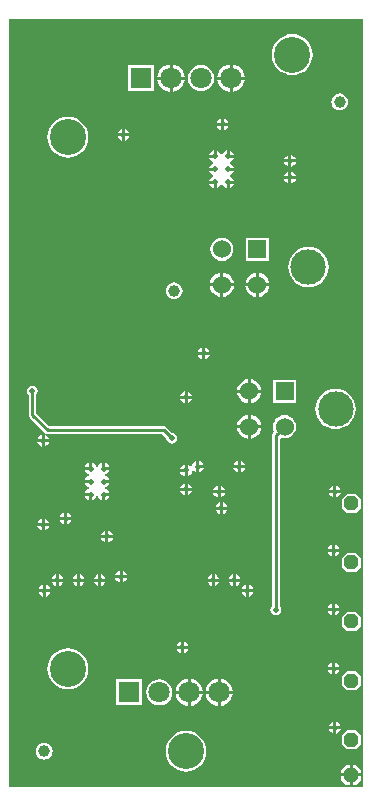
<source format=gbl>
G04*
G04 #@! TF.GenerationSoftware,Altium Limited,Altium Designer,20.0.11 (256)*
G04*
G04 Layer_Physical_Order=2*
G04 Layer_Color=16711680*
%FSLAX44Y44*%
%MOMM*%
G71*
G01*
G75*
%ADD11C,0.2500*%
%ADD28C,1.0000*%
%ADD50C,0.5000*%
%ADD53C,3.0480*%
%ADD54P,1.2989X8X292.5*%
%ADD55R,1.8000X1.8000*%
%ADD56C,1.8000*%
%ADD57C,3.0000*%
%ADD58R,1.5300X1.5300*%
%ADD59C,1.5300*%
%ADD60P,1.2989X8X202.5*%
G36*
X300000Y0D02*
X0D01*
Y650000D01*
X300000D01*
Y0D01*
D02*
G37*
%LPC*%
G36*
X240000Y637323D02*
X236620Y636991D01*
X233371Y636005D01*
X230376Y634404D01*
X227750Y632249D01*
X225596Y629624D01*
X223995Y626629D01*
X223009Y623380D01*
X222677Y620000D01*
X223009Y616620D01*
X223995Y613371D01*
X225596Y610376D01*
X227750Y607751D01*
X230376Y605596D01*
X233371Y603995D01*
X236620Y603009D01*
X240000Y602677D01*
X243380Y603009D01*
X246629Y603995D01*
X249624Y605596D01*
X252250Y607751D01*
X254404Y610376D01*
X256005Y613371D01*
X256991Y616620D01*
X257323Y620000D01*
X256991Y623380D01*
X256005Y626629D01*
X254404Y629624D01*
X252250Y632249D01*
X249624Y634404D01*
X246629Y636005D01*
X243380Y636991D01*
X240000Y637323D01*
D02*
G37*
G36*
X189370Y611472D02*
Y601270D01*
X199572D01*
X199343Y603013D01*
X198180Y605820D01*
X196330Y608230D01*
X193920Y610080D01*
X191112Y611243D01*
X189370Y611472D01*
D02*
G37*
G36*
X138570D02*
Y601270D01*
X148772D01*
X148543Y603013D01*
X147380Y605820D01*
X145530Y608230D01*
X143120Y610080D01*
X140312Y611243D01*
X138570Y611472D01*
D02*
G37*
G36*
X186830D02*
X185088Y611243D01*
X182280Y610080D01*
X179870Y608230D01*
X178020Y605820D01*
X176857Y603013D01*
X176628Y601270D01*
X186830D01*
Y611472D01*
D02*
G37*
G36*
X136030D02*
X134288Y611243D01*
X131480Y610080D01*
X129070Y608230D01*
X127220Y605820D01*
X126057Y603013D01*
X125828Y601270D01*
X136030D01*
Y611472D01*
D02*
G37*
G36*
X122900Y611000D02*
X100900D01*
Y589000D01*
X122900D01*
Y611000D01*
D02*
G37*
G36*
X162700Y611095D02*
X159828Y610717D01*
X157153Y609608D01*
X154855Y607845D01*
X153091Y605547D01*
X151983Y602872D01*
X151605Y600000D01*
X151983Y597128D01*
X153091Y594453D01*
X154855Y592155D01*
X157153Y590392D01*
X159828Y589283D01*
X162700Y588905D01*
X165572Y589283D01*
X168248Y590392D01*
X170545Y592155D01*
X172309Y594453D01*
X173417Y597128D01*
X173795Y600000D01*
X173417Y602872D01*
X172309Y605547D01*
X170545Y607845D01*
X168248Y609608D01*
X165572Y610717D01*
X162700Y611095D01*
D02*
G37*
G36*
X199572Y598730D02*
X189370D01*
Y588528D01*
X191112Y588757D01*
X193920Y589920D01*
X196330Y591770D01*
X198180Y594180D01*
X199343Y596987D01*
X199572Y598730D01*
D02*
G37*
G36*
X148772D02*
X138570D01*
Y588528D01*
X140312Y588757D01*
X143120Y589920D01*
X145530Y591770D01*
X147380Y594180D01*
X148543Y596987D01*
X148772Y598730D01*
D02*
G37*
G36*
X136030D02*
X125828D01*
X126057Y596987D01*
X127220Y594180D01*
X129070Y591770D01*
X131480Y589920D01*
X134288Y588757D01*
X136030Y588528D01*
Y598730D01*
D02*
G37*
G36*
X186830D02*
X176628D01*
X176857Y596987D01*
X178020Y594180D01*
X179870Y591770D01*
X182280Y589920D01*
X185088Y588757D01*
X186830Y588528D01*
Y598730D01*
D02*
G37*
G36*
X280000Y587060D02*
X278173Y586820D01*
X276470Y586115D01*
X275008Y584992D01*
X273885Y583530D01*
X273180Y581827D01*
X272940Y580000D01*
X273180Y578173D01*
X273885Y576470D01*
X275008Y575008D01*
X276470Y573885D01*
X278173Y573180D01*
X280000Y572940D01*
X281827Y573180D01*
X283530Y573885D01*
X284992Y575008D01*
X286115Y576470D01*
X286820Y578173D01*
X287060Y580000D01*
X286820Y581827D01*
X286115Y583530D01*
X284992Y584992D01*
X283530Y586115D01*
X281827Y586820D01*
X280000Y587060D01*
D02*
G37*
G36*
X182270Y565886D02*
Y562270D01*
X185886D01*
X185748Y562966D01*
X184634Y564634D01*
X182966Y565748D01*
X182270Y565886D01*
D02*
G37*
G36*
X179730D02*
X179034Y565748D01*
X177366Y564634D01*
X176252Y562966D01*
X176114Y562270D01*
X179730D01*
Y565886D01*
D02*
G37*
G36*
X185886Y559730D02*
X182270D01*
Y556114D01*
X182966Y556252D01*
X184634Y557366D01*
X185748Y559034D01*
X185886Y559730D01*
D02*
G37*
G36*
X179730D02*
X176114D01*
X176252Y559034D01*
X177366Y557366D01*
X179034Y556252D01*
X179730Y556114D01*
Y559730D01*
D02*
G37*
G36*
X98270Y556886D02*
Y553270D01*
X101886D01*
X101748Y553966D01*
X100634Y555634D01*
X98967Y556748D01*
X98270Y556886D01*
D02*
G37*
G36*
X95730D02*
X95034Y556748D01*
X93366Y555634D01*
X92252Y553966D01*
X92114Y553270D01*
X95730D01*
Y556886D01*
D02*
G37*
G36*
X101886Y550730D02*
X98270D01*
Y547114D01*
X98967Y547252D01*
X100634Y548366D01*
X101748Y550033D01*
X101886Y550730D01*
D02*
G37*
G36*
X95730D02*
X92114D01*
X92252Y550033D01*
X93366Y548366D01*
X95034Y547252D01*
X95730Y547114D01*
Y550730D01*
D02*
G37*
G36*
X184273Y538886D02*
X183576Y538748D01*
X181909Y537634D01*
X180795Y535966D01*
X180690Y535439D01*
X179395D01*
X179290Y535966D01*
X178176Y537634D01*
X176509Y538748D01*
X175813Y538886D01*
Y534000D01*
X174543D01*
Y532730D01*
X169657D01*
X169795Y532034D01*
X170909Y530366D01*
X172576Y529252D01*
X173104Y529147D01*
Y527853D01*
X172576Y527748D01*
X170909Y526634D01*
X169795Y524967D01*
X169657Y524270D01*
X174543D01*
Y521730D01*
X169657D01*
X169795Y521034D01*
X170909Y519366D01*
X172576Y518252D01*
X173104Y518147D01*
Y516853D01*
X172576Y516748D01*
X170909Y515634D01*
X169795Y513966D01*
X169657Y513270D01*
X174543D01*
Y512000D01*
X175813D01*
Y507114D01*
X176509Y507252D01*
X178176Y508366D01*
X179290Y510033D01*
X179395Y510561D01*
X180690D01*
X180795Y510033D01*
X181909Y508366D01*
X183576Y507252D01*
X184273Y507114D01*
Y512000D01*
X185543D01*
Y513270D01*
X190429D01*
X190290Y513966D01*
X189176Y515634D01*
X187509Y516748D01*
X186981Y516853D01*
Y518147D01*
X187509Y518252D01*
X189176Y519366D01*
X190290Y521034D01*
X190429Y521730D01*
X185543D01*
Y524270D01*
X190429D01*
X190290Y524967D01*
X189176Y526634D01*
X187509Y527748D01*
X186981Y527853D01*
Y529147D01*
X187509Y529252D01*
X189176Y530366D01*
X190290Y532034D01*
X190429Y532730D01*
X185543D01*
Y534000D01*
X184273D01*
Y538886D01*
D02*
G37*
G36*
X186813D02*
Y535270D01*
X190429D01*
X190290Y535966D01*
X189176Y537634D01*
X187509Y538748D01*
X186813Y538886D01*
D02*
G37*
G36*
X173273D02*
X172576Y538748D01*
X170909Y537634D01*
X169795Y535966D01*
X169657Y535270D01*
X173273D01*
Y538886D01*
D02*
G37*
G36*
X50000Y567323D02*
X46620Y566991D01*
X43371Y566005D01*
X40376Y564404D01*
X37750Y562249D01*
X35596Y559624D01*
X33995Y556629D01*
X33010Y553380D01*
X32677Y550000D01*
X33010Y546620D01*
X33995Y543371D01*
X35596Y540376D01*
X37750Y537751D01*
X40376Y535596D01*
X43371Y533995D01*
X46620Y533009D01*
X50000Y532677D01*
X53380Y533009D01*
X56629Y533995D01*
X59624Y535596D01*
X62249Y537751D01*
X64404Y540376D01*
X66005Y543371D01*
X66990Y546620D01*
X67323Y550000D01*
X66990Y553380D01*
X66005Y556629D01*
X64404Y559624D01*
X62249Y562249D01*
X59624Y564404D01*
X56629Y566005D01*
X53380Y566991D01*
X50000Y567323D01*
D02*
G37*
G36*
X239270Y534886D02*
Y531270D01*
X242886D01*
X242748Y531967D01*
X241634Y533634D01*
X239967Y534748D01*
X239270Y534886D01*
D02*
G37*
G36*
X236730D02*
X236033Y534748D01*
X234366Y533634D01*
X233252Y531967D01*
X233114Y531270D01*
X236730D01*
Y534886D01*
D02*
G37*
G36*
X242886Y528730D02*
X239270D01*
Y525114D01*
X239967Y525252D01*
X241634Y526366D01*
X242748Y528033D01*
X242886Y528730D01*
D02*
G37*
G36*
X236730D02*
X233114D01*
X233252Y528033D01*
X234366Y526366D01*
X236033Y525252D01*
X236730Y525114D01*
Y528730D01*
D02*
G37*
G36*
X239270Y520886D02*
Y517270D01*
X242886D01*
X242748Y517966D01*
X241634Y519634D01*
X239967Y520747D01*
X239270Y520886D01*
D02*
G37*
G36*
X236730D02*
X236033Y520747D01*
X234366Y519634D01*
X233252Y517966D01*
X233114Y517270D01*
X236730D01*
Y520886D01*
D02*
G37*
G36*
X242886Y514730D02*
X239270D01*
Y511114D01*
X239967Y511252D01*
X241634Y512366D01*
X242748Y514034D01*
X242886Y514730D01*
D02*
G37*
G36*
X236730D02*
X233114D01*
X233252Y514034D01*
X234366Y512366D01*
X236033Y511252D01*
X236730Y511114D01*
Y514730D01*
D02*
G37*
G36*
X190429Y510730D02*
X186813D01*
Y507114D01*
X187509Y507252D01*
X189176Y508366D01*
X190290Y510033D01*
X190429Y510730D01*
D02*
G37*
G36*
X173273D02*
X169657D01*
X169795Y510033D01*
X170909Y508366D01*
X172576Y507252D01*
X173273Y507114D01*
Y510730D01*
D02*
G37*
G36*
X220050Y464650D02*
X200750D01*
Y445350D01*
X220050D01*
Y464650D01*
D02*
G37*
G36*
X180400Y464733D02*
X177881Y464402D01*
X175533Y463429D01*
X173517Y461883D01*
X171971Y459867D01*
X170998Y457519D01*
X170667Y455000D01*
X170998Y452481D01*
X171971Y450133D01*
X173517Y448118D01*
X175533Y446571D01*
X177881Y445598D01*
X180400Y445267D01*
X182919Y445598D01*
X185267Y446571D01*
X187283Y448118D01*
X188829Y450133D01*
X189802Y452481D01*
X190133Y455000D01*
X189802Y457519D01*
X188829Y459867D01*
X187283Y461883D01*
X185267Y463429D01*
X182919Y464402D01*
X180400Y464733D01*
D02*
G37*
G36*
X211670Y435111D02*
Y426270D01*
X220511D01*
X220328Y427660D01*
X219301Y430139D01*
X217668Y432268D01*
X215539Y433901D01*
X213060Y434928D01*
X211670Y435111D01*
D02*
G37*
G36*
X209130Y435111D02*
X207740Y434928D01*
X205261Y433901D01*
X203132Y432268D01*
X201499Y430139D01*
X200472Y427660D01*
X200289Y426270D01*
X209130D01*
Y435111D01*
D02*
G37*
G36*
X181670D02*
Y426270D01*
X190511D01*
X190328Y427660D01*
X189301Y430139D01*
X187668Y432268D01*
X185539Y433901D01*
X183060Y434928D01*
X181670Y435111D01*
D02*
G37*
G36*
X179130D02*
X177740Y434928D01*
X175261Y433901D01*
X173132Y432268D01*
X171499Y430139D01*
X170472Y427660D01*
X170289Y426270D01*
X179130D01*
Y435111D01*
D02*
G37*
G36*
X253600Y457082D02*
X250267Y456754D01*
X247063Y455782D01*
X244110Y454203D01*
X241521Y452079D01*
X239397Y449490D01*
X237818Y446537D01*
X236846Y443333D01*
X236518Y440000D01*
X236846Y436668D01*
X237818Y433463D01*
X239397Y430510D01*
X241521Y427921D01*
X244110Y425797D01*
X247063Y424218D01*
X250267Y423246D01*
X253600Y422918D01*
X256933Y423246D01*
X260137Y424218D01*
X263090Y425797D01*
X265679Y427921D01*
X267803Y430510D01*
X269382Y433463D01*
X270354Y436668D01*
X270682Y440000D01*
X270354Y443333D01*
X269382Y446537D01*
X267803Y449490D01*
X265679Y452079D01*
X263090Y454203D01*
X260137Y455782D01*
X256933Y456754D01*
X253600Y457082D01*
D02*
G37*
G36*
X209130Y423730D02*
X200289D01*
X200472Y422340D01*
X201499Y419861D01*
X203132Y417732D01*
X205261Y416099D01*
X207740Y415072D01*
X209130Y414889D01*
Y423730D01*
D02*
G37*
G36*
X179130Y423730D02*
X170289D01*
X170472Y422340D01*
X171499Y419861D01*
X173132Y417732D01*
X175261Y416099D01*
X177740Y415072D01*
X179130Y414889D01*
Y423730D01*
D02*
G37*
G36*
X190511D02*
X181670D01*
Y414889D01*
X183060Y415072D01*
X185539Y416099D01*
X187668Y417732D01*
X189301Y419861D01*
X190328Y422340D01*
X190511Y423730D01*
D02*
G37*
G36*
X220511Y423730D02*
X211670D01*
Y414889D01*
X213060Y415072D01*
X215539Y416099D01*
X217668Y417732D01*
X219301Y419861D01*
X220328Y422340D01*
X220511Y423730D01*
D02*
G37*
G36*
X140000Y427060D02*
X138173Y426820D01*
X136470Y426115D01*
X135007Y424992D01*
X133885Y423530D01*
X133180Y421827D01*
X132940Y420000D01*
X133180Y418173D01*
X133885Y416470D01*
X135007Y415008D01*
X136470Y413885D01*
X138173Y413180D01*
X140000Y412940D01*
X141827Y413180D01*
X143530Y413885D01*
X144992Y415008D01*
X146114Y416470D01*
X146820Y418173D01*
X147060Y420000D01*
X146820Y421827D01*
X146114Y423530D01*
X144992Y424992D01*
X143530Y426115D01*
X141827Y426820D01*
X140000Y427060D01*
D02*
G37*
G36*
X166270Y371886D02*
Y368270D01*
X169886D01*
X169748Y368966D01*
X168634Y370634D01*
X166966Y371748D01*
X166270Y371886D01*
D02*
G37*
G36*
X163730D02*
X163034Y371748D01*
X161366Y370634D01*
X160252Y368966D01*
X160114Y368270D01*
X163730D01*
Y371886D01*
D02*
G37*
G36*
X169886Y365730D02*
X166270D01*
Y362114D01*
X166966Y362252D01*
X168634Y363366D01*
X169748Y365033D01*
X169886Y365730D01*
D02*
G37*
G36*
X163730D02*
X160114D01*
X160252Y365033D01*
X161366Y363366D01*
X163034Y362252D01*
X163730Y362114D01*
Y365730D01*
D02*
G37*
G36*
X204670Y345111D02*
Y336270D01*
X213511D01*
X213328Y337660D01*
X212301Y340139D01*
X210668Y342268D01*
X208539Y343901D01*
X206060Y344928D01*
X204670Y345111D01*
D02*
G37*
G36*
X202130D02*
X200740Y344928D01*
X198261Y343901D01*
X196132Y342268D01*
X194499Y340139D01*
X193472Y337660D01*
X193289Y336270D01*
X202130D01*
Y345111D01*
D02*
G37*
G36*
X151270Y334886D02*
Y331270D01*
X154886D01*
X154748Y331967D01*
X153634Y333634D01*
X151966Y334748D01*
X151270Y334886D01*
D02*
G37*
G36*
X148730D02*
X148034Y334748D01*
X146366Y333634D01*
X145252Y331967D01*
X145114Y331270D01*
X148730D01*
Y334886D01*
D02*
G37*
G36*
X243050Y344650D02*
X223750D01*
Y325350D01*
X243050D01*
Y344650D01*
D02*
G37*
G36*
X154886Y328730D02*
X151270D01*
Y325114D01*
X151966Y325252D01*
X153634Y326366D01*
X154748Y328033D01*
X154886Y328730D01*
D02*
G37*
G36*
X148730D02*
X145114D01*
X145252Y328033D01*
X146366Y326366D01*
X148034Y325252D01*
X148730Y325114D01*
Y328730D01*
D02*
G37*
G36*
X202130Y333730D02*
X193289D01*
X193472Y332340D01*
X194499Y329861D01*
X196132Y327732D01*
X198261Y326099D01*
X200740Y325072D01*
X202130Y324889D01*
Y333730D01*
D02*
G37*
G36*
X213511D02*
X204670D01*
Y324889D01*
X206060Y325072D01*
X208539Y326099D01*
X210668Y327732D01*
X212301Y329861D01*
X213328Y332340D01*
X213511Y333730D01*
D02*
G37*
G36*
X204670Y315111D02*
Y306270D01*
X213511D01*
X213328Y307660D01*
X212301Y310139D01*
X210668Y312268D01*
X208539Y313901D01*
X206060Y314928D01*
X204670Y315111D01*
D02*
G37*
G36*
X202130D02*
X200740Y314928D01*
X198261Y313901D01*
X196132Y312268D01*
X194499Y310139D01*
X193472Y307660D01*
X193289Y306270D01*
X202130D01*
Y315111D01*
D02*
G37*
G36*
X276600Y337082D02*
X273267Y336754D01*
X270063Y335782D01*
X267110Y334203D01*
X264521Y332079D01*
X262397Y329490D01*
X260818Y326537D01*
X259846Y323333D01*
X259518Y320000D01*
X259846Y316667D01*
X260818Y313463D01*
X262397Y310510D01*
X264521Y307921D01*
X267110Y305797D01*
X270063Y304218D01*
X273267Y303246D01*
X276600Y302918D01*
X279933Y303246D01*
X283137Y304218D01*
X286090Y305797D01*
X288679Y307921D01*
X290803Y310510D01*
X292382Y313463D01*
X293354Y316667D01*
X293682Y320000D01*
X293354Y323333D01*
X292382Y326537D01*
X290803Y329490D01*
X288679Y332079D01*
X286090Y334203D01*
X283137Y335782D01*
X279933Y336754D01*
X276600Y337082D01*
D02*
G37*
G36*
X233400Y314733D02*
X230881Y314402D01*
X228533Y313429D01*
X226518Y311882D01*
X224971Y309867D01*
X223998Y307519D01*
X223667Y305000D01*
X223998Y302481D01*
X224642Y300928D01*
X223657Y299943D01*
X222939Y298868D01*
X222686Y297600D01*
Y153140D01*
X221761Y151756D01*
X221412Y150000D01*
X221761Y148244D01*
X222756Y146756D01*
X224244Y145761D01*
X226000Y145412D01*
X227756Y145761D01*
X229244Y146756D01*
X230239Y148244D01*
X230588Y150000D01*
X230239Y151756D01*
X229314Y153141D01*
Y294873D01*
X230584Y295721D01*
X230881Y295598D01*
X233400Y295267D01*
X235919Y295598D01*
X238267Y296571D01*
X240282Y298118D01*
X241829Y300133D01*
X242802Y302481D01*
X243133Y305000D01*
X242802Y307519D01*
X241829Y309867D01*
X240282Y311882D01*
X238267Y313429D01*
X235919Y314402D01*
X233400Y314733D01*
D02*
G37*
G36*
X213511Y303730D02*
X204670D01*
Y294889D01*
X206060Y295072D01*
X208539Y296099D01*
X210668Y297732D01*
X212301Y299861D01*
X213328Y302340D01*
X213511Y303730D01*
D02*
G37*
G36*
X202130D02*
X193289D01*
X193472Y302340D01*
X194499Y299861D01*
X196132Y297732D01*
X198261Y296099D01*
X200740Y295072D01*
X202130Y294889D01*
Y303730D01*
D02*
G37*
G36*
X30270Y297886D02*
Y294270D01*
X33886D01*
X33748Y294967D01*
X32634Y296634D01*
X30966Y297748D01*
X30270Y297886D01*
D02*
G37*
G36*
X27730D02*
X27034Y297748D01*
X25366Y296634D01*
X24252Y294967D01*
X24114Y294270D01*
X27730D01*
Y297886D01*
D02*
G37*
G36*
X20000Y339588D02*
X18244Y339239D01*
X16756Y338244D01*
X15761Y336756D01*
X15412Y335000D01*
X15761Y333244D01*
X16686Y331860D01*
Y315000D01*
X16939Y313732D01*
X17657Y312657D01*
X30657Y299657D01*
X31732Y298939D01*
X33000Y298686D01*
X129628D01*
X133436Y294878D01*
X133761Y293244D01*
X134756Y291756D01*
X136244Y290761D01*
X138000Y290412D01*
X139756Y290761D01*
X141244Y291756D01*
X142239Y293244D01*
X142588Y295000D01*
X142239Y296756D01*
X141244Y298244D01*
X139756Y299239D01*
X138122Y299564D01*
X133343Y304343D01*
X132268Y305061D01*
X131000Y305314D01*
X34372D01*
X23314Y316373D01*
Y331860D01*
X24239Y333244D01*
X24588Y335000D01*
X24239Y336756D01*
X23244Y338244D01*
X21756Y339239D01*
X20000Y339588D01*
D02*
G37*
G36*
X33886Y291730D02*
X30270D01*
Y288114D01*
X30966Y288252D01*
X32634Y289366D01*
X33748Y291033D01*
X33886Y291730D01*
D02*
G37*
G36*
X27730D02*
X24114D01*
X24252Y291033D01*
X25366Y289366D01*
X27034Y288252D01*
X27730Y288114D01*
Y291730D01*
D02*
G37*
G36*
X196270Y275886D02*
Y272270D01*
X199886D01*
X199748Y272966D01*
X198634Y274634D01*
X196966Y275748D01*
X196270Y275886D01*
D02*
G37*
G36*
X193730D02*
X193034Y275748D01*
X191366Y274634D01*
X190252Y272966D01*
X190114Y272270D01*
X193730D01*
Y275886D01*
D02*
G37*
G36*
X161270D02*
Y272270D01*
X164886D01*
X164748Y272966D01*
X163634Y274634D01*
X161966Y275748D01*
X161270Y275886D01*
D02*
G37*
G36*
X158730D02*
X158034Y275748D01*
X156366Y274634D01*
X155252Y272966D01*
X155027Y271834D01*
X153679Y271566D01*
X153634Y271634D01*
X151966Y272748D01*
X151270Y272886D01*
Y268000D01*
Y263114D01*
X151966Y263252D01*
X153634Y264366D01*
X154748Y266033D01*
X154973Y267166D01*
X156321Y267434D01*
X156366Y267366D01*
X158034Y266252D01*
X158730Y266114D01*
Y271000D01*
Y275886D01*
D02*
G37*
G36*
X78980Y274236D02*
X78284Y274098D01*
X76616Y272984D01*
X75502Y271317D01*
X75397Y270789D01*
X74103D01*
X73998Y271317D01*
X72884Y272984D01*
X71217Y274098D01*
X70520Y274236D01*
Y269350D01*
X69250D01*
Y268080D01*
X64364D01*
X64502Y267383D01*
X65616Y265716D01*
X67284Y264602D01*
X67811Y264497D01*
Y263203D01*
X67284Y263098D01*
X65616Y261984D01*
X64502Y260317D01*
X64364Y259620D01*
X69250D01*
Y257080D01*
X64364D01*
X64502Y256383D01*
X65616Y254716D01*
X67284Y253602D01*
X67811Y253497D01*
Y252203D01*
X67284Y252098D01*
X65616Y250984D01*
X64502Y249317D01*
X64364Y248620D01*
X69250D01*
Y247350D01*
X70520D01*
Y242464D01*
X71217Y242602D01*
X72884Y243716D01*
X73998Y245383D01*
X74103Y245911D01*
X75397D01*
X75502Y245383D01*
X76616Y243716D01*
X78284Y242602D01*
X78980Y242464D01*
Y247350D01*
X80250D01*
Y248620D01*
X85136D01*
X84998Y249317D01*
X83884Y250984D01*
X82217Y252098D01*
X81689Y252203D01*
Y253497D01*
X82217Y253602D01*
X83884Y254716D01*
X84998Y256383D01*
X85136Y257080D01*
X80250D01*
Y259620D01*
X85136D01*
X84998Y260317D01*
X83884Y261984D01*
X82217Y263098D01*
X81689Y263203D01*
Y264497D01*
X82217Y264602D01*
X83884Y265716D01*
X84998Y267383D01*
X85136Y268080D01*
X80250D01*
Y269350D01*
X78980D01*
Y274236D01*
D02*
G37*
G36*
X81520D02*
Y270620D01*
X85136D01*
X84998Y271317D01*
X83884Y272984D01*
X82217Y274098D01*
X81520Y274236D01*
D02*
G37*
G36*
X67980D02*
X67284Y274098D01*
X65616Y272984D01*
X64502Y271317D01*
X64364Y270620D01*
X67980D01*
Y274236D01*
D02*
G37*
G36*
X148730Y272886D02*
X148034Y272748D01*
X146366Y271634D01*
X145252Y269967D01*
X145114Y269270D01*
X148730D01*
Y272886D01*
D02*
G37*
G36*
X164886Y269730D02*
X161270D01*
Y266114D01*
X161966Y266252D01*
X163634Y267366D01*
X164748Y269034D01*
X164886Y269730D01*
D02*
G37*
G36*
X199886D02*
X196270D01*
Y266114D01*
X196966Y266252D01*
X198634Y267366D01*
X199748Y269034D01*
X199886Y269730D01*
D02*
G37*
G36*
X193730D02*
X190114D01*
X190252Y269034D01*
X191366Y267366D01*
X193034Y266252D01*
X193730Y266114D01*
Y269730D01*
D02*
G37*
G36*
X148730Y266730D02*
X145114D01*
X145252Y266033D01*
X146366Y264366D01*
X148034Y263252D01*
X148730Y263114D01*
Y266730D01*
D02*
G37*
G36*
X151270Y256886D02*
Y253270D01*
X154886D01*
X154748Y253967D01*
X153634Y255634D01*
X151966Y256748D01*
X151270Y256886D01*
D02*
G37*
G36*
X148730D02*
X148034Y256748D01*
X146366Y255634D01*
X145252Y253967D01*
X145114Y253270D01*
X148730D01*
Y256886D01*
D02*
G37*
G36*
X277270Y254886D02*
Y251270D01*
X280886D01*
X280748Y251966D01*
X279634Y253634D01*
X277966Y254748D01*
X277270Y254886D01*
D02*
G37*
G36*
X274730D02*
X274034Y254748D01*
X272366Y253634D01*
X271252Y251966D01*
X271114Y251270D01*
X274730D01*
Y254886D01*
D02*
G37*
G36*
X179270D02*
Y251270D01*
X182886D01*
X182748Y251966D01*
X181634Y253634D01*
X179967Y254748D01*
X179270Y254886D01*
D02*
G37*
G36*
X176730D02*
X176033Y254748D01*
X174366Y253634D01*
X173252Y251966D01*
X173114Y251270D01*
X176730D01*
Y254886D01*
D02*
G37*
G36*
X154886Y250730D02*
X151270D01*
Y247114D01*
X151966Y247252D01*
X153634Y248366D01*
X154748Y250033D01*
X154886Y250730D01*
D02*
G37*
G36*
X148730D02*
X145114D01*
X145252Y250033D01*
X146366Y248366D01*
X148034Y247252D01*
X148730Y247114D01*
Y250730D01*
D02*
G37*
G36*
X280886Y248730D02*
X277270D01*
Y245114D01*
X277966Y245252D01*
X279634Y246366D01*
X280748Y248034D01*
X280886Y248730D01*
D02*
G37*
G36*
X274730D02*
X271114D01*
X271252Y248034D01*
X272366Y246366D01*
X274034Y245252D01*
X274730Y245114D01*
Y248730D01*
D02*
G37*
G36*
X182886D02*
X179270D01*
Y245114D01*
X179967Y245252D01*
X181634Y246366D01*
X182748Y248034D01*
X182886Y248730D01*
D02*
G37*
G36*
X176730D02*
X173114D01*
X173252Y248034D01*
X174366Y246366D01*
X176033Y245252D01*
X176730Y245114D01*
Y248730D01*
D02*
G37*
G36*
X85136Y246080D02*
X81520D01*
Y242464D01*
X82217Y242602D01*
X83884Y243716D01*
X84998Y245383D01*
X85136Y246080D01*
D02*
G37*
G36*
X67980D02*
X64364D01*
X64502Y245383D01*
X65616Y243716D01*
X67284Y242602D01*
X67980Y242464D01*
Y246080D01*
D02*
G37*
G36*
X181270Y240886D02*
Y237270D01*
X184886D01*
X184748Y237966D01*
X183634Y239634D01*
X181966Y240748D01*
X181270Y240886D01*
D02*
G37*
G36*
X178730D02*
X178034Y240748D01*
X176366Y239634D01*
X175252Y237966D01*
X175114Y237270D01*
X178730D01*
Y240886D01*
D02*
G37*
G36*
X294000Y248000D02*
X286000D01*
X282000Y244000D01*
Y236000D01*
X286000Y232000D01*
X294000D01*
X298000Y236000D01*
Y244000D01*
X294000Y248000D01*
D02*
G37*
G36*
X184886Y234730D02*
X181270D01*
Y231114D01*
X181966Y231252D01*
X183634Y232366D01*
X184748Y234034D01*
X184886Y234730D01*
D02*
G37*
G36*
X178730D02*
X175114D01*
X175252Y234034D01*
X176366Y232366D01*
X178034Y231252D01*
X178730Y231114D01*
Y234730D01*
D02*
G37*
G36*
X49270Y231886D02*
Y228270D01*
X52886D01*
X52748Y228967D01*
X51634Y230634D01*
X49967Y231748D01*
X49270Y231886D01*
D02*
G37*
G36*
X46730D02*
X46034Y231748D01*
X44366Y230634D01*
X43252Y228967D01*
X43114Y228270D01*
X46730D01*
Y231886D01*
D02*
G37*
G36*
X30270Y226886D02*
Y223270D01*
X33886D01*
X33748Y223967D01*
X32634Y225634D01*
X30966Y226748D01*
X30270Y226886D01*
D02*
G37*
G36*
X27730D02*
X27034Y226748D01*
X25366Y225634D01*
X24252Y223967D01*
X24114Y223270D01*
X27730D01*
Y226886D01*
D02*
G37*
G36*
X52886Y225730D02*
X49270D01*
Y222114D01*
X49967Y222252D01*
X51634Y223366D01*
X52748Y225033D01*
X52886Y225730D01*
D02*
G37*
G36*
X46730D02*
X43114D01*
X43252Y225033D01*
X44366Y223366D01*
X46034Y222252D01*
X46730Y222114D01*
Y225730D01*
D02*
G37*
G36*
X33886Y220730D02*
X30270D01*
Y217114D01*
X30966Y217252D01*
X32634Y218366D01*
X33748Y220033D01*
X33886Y220730D01*
D02*
G37*
G36*
X27730D02*
X24114D01*
X24252Y220033D01*
X25366Y218366D01*
X27034Y217252D01*
X27730Y217114D01*
Y220730D01*
D02*
G37*
G36*
X84270Y216886D02*
Y213270D01*
X87886D01*
X87748Y213967D01*
X86634Y215634D01*
X84966Y216748D01*
X84270Y216886D01*
D02*
G37*
G36*
X81730D02*
X81033Y216748D01*
X79366Y215634D01*
X78252Y213967D01*
X78114Y213270D01*
X81730D01*
Y216886D01*
D02*
G37*
G36*
X87886Y210730D02*
X84270D01*
Y207114D01*
X84966Y207252D01*
X86634Y208366D01*
X87748Y210033D01*
X87886Y210730D01*
D02*
G37*
G36*
X81730D02*
X78114D01*
X78252Y210033D01*
X79366Y208366D01*
X81033Y207252D01*
X81730Y207114D01*
Y210730D01*
D02*
G37*
G36*
X276270Y204886D02*
Y201270D01*
X279886D01*
X279748Y201966D01*
X278634Y203634D01*
X276966Y204748D01*
X276270Y204886D01*
D02*
G37*
G36*
X273730D02*
X273034Y204748D01*
X271366Y203634D01*
X270252Y201966D01*
X270114Y201270D01*
X273730D01*
Y204886D01*
D02*
G37*
G36*
X279886Y198730D02*
X276270D01*
Y195114D01*
X276966Y195252D01*
X278634Y196366D01*
X279748Y198034D01*
X279886Y198730D01*
D02*
G37*
G36*
X273730D02*
X270114D01*
X270252Y198034D01*
X271366Y196366D01*
X273034Y195252D01*
X273730Y195114D01*
Y198730D01*
D02*
G37*
G36*
X294000Y198000D02*
X286000D01*
X282000Y194000D01*
Y186000D01*
X286000Y182000D01*
X294000D01*
X298000Y186000D01*
Y194000D01*
X294000Y198000D01*
D02*
G37*
G36*
X96270Y182886D02*
Y179270D01*
X99886D01*
X99748Y179967D01*
X98634Y181634D01*
X96966Y182748D01*
X96270Y182886D01*
D02*
G37*
G36*
X93730D02*
X93034Y182748D01*
X91366Y181634D01*
X90252Y179967D01*
X90114Y179270D01*
X93730D01*
Y182886D01*
D02*
G37*
G36*
X192270Y179886D02*
Y176270D01*
X195886D01*
X195748Y176966D01*
X194634Y178634D01*
X192966Y179748D01*
X192270Y179886D01*
D02*
G37*
G36*
X189730D02*
X189034Y179748D01*
X187366Y178634D01*
X186252Y176966D01*
X186114Y176270D01*
X189730D01*
Y179886D01*
D02*
G37*
G36*
X174270D02*
Y176270D01*
X177886D01*
X177748Y176966D01*
X176634Y178634D01*
X174967Y179748D01*
X174270Y179886D01*
D02*
G37*
G36*
X171730D02*
X171033Y179748D01*
X169366Y178634D01*
X168252Y176966D01*
X168114Y176270D01*
X171730D01*
Y179886D01*
D02*
G37*
G36*
X78270D02*
Y176270D01*
X81886D01*
X81748Y176966D01*
X80634Y178634D01*
X78966Y179748D01*
X78270Y179886D01*
D02*
G37*
G36*
X75730D02*
X75033Y179748D01*
X73366Y178634D01*
X72252Y176966D01*
X72114Y176270D01*
X75730D01*
Y179886D01*
D02*
G37*
G36*
X60270D02*
Y176270D01*
X63886D01*
X63748Y176966D01*
X62634Y178634D01*
X60967Y179748D01*
X60270Y179886D01*
D02*
G37*
G36*
X57730D02*
X57034Y179748D01*
X55366Y178634D01*
X54252Y176966D01*
X54114Y176270D01*
X57730D01*
Y179886D01*
D02*
G37*
G36*
X42270D02*
Y176270D01*
X45886D01*
X45748Y176966D01*
X44634Y178634D01*
X42966Y179748D01*
X42270Y179886D01*
D02*
G37*
G36*
X39730D02*
X39034Y179748D01*
X37366Y178634D01*
X36252Y176966D01*
X36114Y176270D01*
X39730D01*
Y179886D01*
D02*
G37*
G36*
X99886Y176730D02*
X96270D01*
Y173114D01*
X96966Y173252D01*
X98634Y174366D01*
X99748Y176033D01*
X99886Y176730D01*
D02*
G37*
G36*
X93730D02*
X90114D01*
X90252Y176033D01*
X91366Y174366D01*
X93034Y173252D01*
X93730Y173114D01*
Y176730D01*
D02*
G37*
G36*
X195886Y173730D02*
X192270D01*
Y170114D01*
X192966Y170252D01*
X194634Y171366D01*
X195748Y173034D01*
X195886Y173730D01*
D02*
G37*
G36*
X189730D02*
X186114D01*
X186252Y173034D01*
X187366Y171366D01*
X189034Y170252D01*
X189730Y170114D01*
Y173730D01*
D02*
G37*
G36*
X177886D02*
X174270D01*
Y170114D01*
X174967Y170252D01*
X176634Y171366D01*
X177748Y173034D01*
X177886Y173730D01*
D02*
G37*
G36*
X171730D02*
X168114D01*
X168252Y173034D01*
X169366Y171366D01*
X171033Y170252D01*
X171730Y170114D01*
Y173730D01*
D02*
G37*
G36*
X81886D02*
X78270D01*
Y170114D01*
X78966Y170252D01*
X80634Y171366D01*
X81748Y173034D01*
X81886Y173730D01*
D02*
G37*
G36*
X75730D02*
X72114D01*
X72252Y173034D01*
X73366Y171366D01*
X75033Y170252D01*
X75730Y170114D01*
Y173730D01*
D02*
G37*
G36*
X63886D02*
X60270D01*
Y170114D01*
X60967Y170252D01*
X62634Y171366D01*
X63748Y173034D01*
X63886Y173730D01*
D02*
G37*
G36*
X57730D02*
X54114D01*
X54252Y173034D01*
X55366Y171366D01*
X57034Y170252D01*
X57730Y170114D01*
Y173730D01*
D02*
G37*
G36*
X45886D02*
X42270D01*
Y170114D01*
X42966Y170252D01*
X44634Y171366D01*
X45748Y173034D01*
X45886Y173730D01*
D02*
G37*
G36*
X39730D02*
X36114D01*
X36252Y173034D01*
X37366Y171366D01*
X39034Y170252D01*
X39730Y170114D01*
Y173730D01*
D02*
G37*
G36*
X203270Y170886D02*
Y167270D01*
X206886D01*
X206748Y167966D01*
X205634Y169634D01*
X203967Y170748D01*
X203270Y170886D01*
D02*
G37*
G36*
X200730D02*
X200033Y170748D01*
X198366Y169634D01*
X197252Y167966D01*
X197114Y167270D01*
X200730D01*
Y170886D01*
D02*
G37*
G36*
X31270D02*
Y167270D01*
X34886D01*
X34748Y167966D01*
X33634Y169634D01*
X31967Y170748D01*
X31270Y170886D01*
D02*
G37*
G36*
X28730D02*
X28033Y170748D01*
X26366Y169634D01*
X25252Y167966D01*
X25114Y167270D01*
X28730D01*
Y170886D01*
D02*
G37*
G36*
X206886Y164730D02*
X203270D01*
Y161114D01*
X203967Y161252D01*
X205634Y162366D01*
X206748Y164034D01*
X206886Y164730D01*
D02*
G37*
G36*
X200730D02*
X197114D01*
X197252Y164034D01*
X198366Y162366D01*
X200033Y161252D01*
X200730Y161114D01*
Y164730D01*
D02*
G37*
G36*
X34886D02*
X31270D01*
Y161114D01*
X31967Y161252D01*
X33634Y162366D01*
X34748Y164034D01*
X34886Y164730D01*
D02*
G37*
G36*
X28730D02*
X25114D01*
X25252Y164034D01*
X26366Y162366D01*
X28033Y161252D01*
X28730Y161114D01*
Y164730D01*
D02*
G37*
G36*
X276270Y154886D02*
Y151270D01*
X279886D01*
X279748Y151966D01*
X278634Y153634D01*
X276966Y154748D01*
X276270Y154886D01*
D02*
G37*
G36*
X273730D02*
X273034Y154748D01*
X271366Y153634D01*
X270252Y151966D01*
X270114Y151270D01*
X273730D01*
Y154886D01*
D02*
G37*
G36*
X279886Y148730D02*
X276270D01*
Y145114D01*
X276966Y145252D01*
X278634Y146366D01*
X279748Y148034D01*
X279886Y148730D01*
D02*
G37*
G36*
X273730D02*
X270114D01*
X270252Y148034D01*
X271366Y146366D01*
X273034Y145252D01*
X273730Y145114D01*
Y148730D01*
D02*
G37*
G36*
X294000Y148000D02*
X286000D01*
X282000Y144000D01*
Y136000D01*
X286000Y132000D01*
X294000D01*
X298000Y136000D01*
Y144000D01*
X294000Y148000D01*
D02*
G37*
G36*
X148270Y122886D02*
Y119270D01*
X151886D01*
X151748Y119966D01*
X150634Y121634D01*
X148967Y122748D01*
X148270Y122886D01*
D02*
G37*
G36*
X145730D02*
X145034Y122748D01*
X143366Y121634D01*
X142252Y119966D01*
X142114Y119270D01*
X145730D01*
Y122886D01*
D02*
G37*
G36*
X151886Y116730D02*
X148270D01*
Y113114D01*
X148967Y113252D01*
X150634Y114366D01*
X151748Y116033D01*
X151886Y116730D01*
D02*
G37*
G36*
X145730D02*
X142114D01*
X142252Y116033D01*
X143366Y114366D01*
X145034Y113252D01*
X145730Y113114D01*
Y116730D01*
D02*
G37*
G36*
X276270Y104886D02*
Y101270D01*
X279886D01*
X279748Y101966D01*
X278634Y103634D01*
X276966Y104748D01*
X276270Y104886D01*
D02*
G37*
G36*
X273730D02*
X273034Y104748D01*
X271366Y103634D01*
X270252Y101966D01*
X270114Y101270D01*
X273730D01*
Y104886D01*
D02*
G37*
G36*
X279886Y98730D02*
X276270D01*
Y95114D01*
X276966Y95252D01*
X278634Y96366D01*
X279748Y98034D01*
X279886Y98730D01*
D02*
G37*
G36*
X273730D02*
X270114D01*
X270252Y98034D01*
X271366Y96366D01*
X273034Y95252D01*
X273730Y95114D01*
Y98730D01*
D02*
G37*
G36*
X50000Y117323D02*
X46620Y116990D01*
X43371Y116005D01*
X40376Y114404D01*
X37750Y112249D01*
X35596Y109624D01*
X33995Y106629D01*
X33010Y103380D01*
X32677Y100000D01*
X33010Y96620D01*
X33995Y93371D01*
X35596Y90376D01*
X37750Y87751D01*
X40376Y85596D01*
X43371Y83995D01*
X46620Y83010D01*
X50000Y82677D01*
X53380Y83010D01*
X56629Y83995D01*
X59624Y85596D01*
X62249Y87751D01*
X64404Y90376D01*
X66005Y93371D01*
X66990Y96620D01*
X67323Y100000D01*
X66990Y103380D01*
X66005Y106629D01*
X64404Y109624D01*
X62249Y112249D01*
X59624Y114404D01*
X56629Y116005D01*
X53380Y116990D01*
X50000Y117323D01*
D02*
G37*
G36*
X294000Y98000D02*
X286000D01*
X282000Y94000D01*
Y86000D01*
X286000Y82000D01*
X294000D01*
X298000Y86000D01*
Y94000D01*
X294000Y98000D01*
D02*
G37*
G36*
X179370Y91472D02*
Y81270D01*
X189572D01*
X189343Y83013D01*
X188180Y85820D01*
X186330Y88230D01*
X183920Y90080D01*
X181112Y91243D01*
X179370Y91472D01*
D02*
G37*
G36*
X153970Y91472D02*
Y81270D01*
X164172D01*
X163943Y83013D01*
X162780Y85820D01*
X160930Y88230D01*
X158520Y90080D01*
X155712Y91243D01*
X153970Y91472D01*
D02*
G37*
G36*
X151430D02*
X149688Y91243D01*
X146880Y90080D01*
X144470Y88230D01*
X142620Y85820D01*
X141457Y83013D01*
X141228Y81270D01*
X151430D01*
Y91472D01*
D02*
G37*
G36*
X176830D02*
X175088Y91243D01*
X172280Y90080D01*
X169870Y88230D01*
X168020Y85820D01*
X166857Y83013D01*
X166628Y81270D01*
X176830D01*
Y91472D01*
D02*
G37*
G36*
X112900Y91000D02*
X90900D01*
Y69000D01*
X112900D01*
Y91000D01*
D02*
G37*
G36*
X127300Y91095D02*
X124428Y90717D01*
X121753Y89608D01*
X119455Y87845D01*
X117691Y85548D01*
X116583Y82872D01*
X116205Y80000D01*
X116583Y77128D01*
X117691Y74453D01*
X119455Y72155D01*
X121753Y70392D01*
X124428Y69283D01*
X127300Y68905D01*
X130172Y69283D01*
X132847Y70392D01*
X135145Y72155D01*
X136909Y74453D01*
X138017Y77128D01*
X138395Y80000D01*
X138017Y82872D01*
X136909Y85548D01*
X135145Y87845D01*
X132847Y89608D01*
X130172Y90717D01*
X127300Y91095D01*
D02*
G37*
G36*
X189572Y78730D02*
X179370D01*
Y68528D01*
X181112Y68757D01*
X183920Y69920D01*
X186330Y71770D01*
X188180Y74180D01*
X189343Y76988D01*
X189572Y78730D01*
D02*
G37*
G36*
X164172D02*
X153970D01*
Y68528D01*
X155712Y68757D01*
X158520Y69920D01*
X160930Y71770D01*
X162780Y74180D01*
X163943Y76988D01*
X164172Y78730D01*
D02*
G37*
G36*
X151430D02*
X141228D01*
X141457Y76988D01*
X142620Y74180D01*
X144470Y71770D01*
X146880Y69920D01*
X149688Y68757D01*
X151430Y68528D01*
Y78730D01*
D02*
G37*
G36*
X176830D02*
X166628D01*
X166857Y76988D01*
X168020Y74180D01*
X169870Y71770D01*
X172280Y69920D01*
X175088Y68757D01*
X176830Y68528D01*
Y78730D01*
D02*
G37*
G36*
X277270Y54886D02*
Y51270D01*
X280886D01*
X280748Y51967D01*
X279634Y53634D01*
X277966Y54748D01*
X277270Y54886D01*
D02*
G37*
G36*
X274730D02*
X274034Y54748D01*
X272366Y53634D01*
X271252Y51967D01*
X271114Y51270D01*
X274730D01*
Y54886D01*
D02*
G37*
G36*
X280886Y48730D02*
X277270D01*
Y45114D01*
X277966Y45252D01*
X279634Y46366D01*
X280748Y48033D01*
X280886Y48730D01*
D02*
G37*
G36*
X274730D02*
X271114D01*
X271252Y48033D01*
X272366Y46366D01*
X274034Y45252D01*
X274730Y45114D01*
Y48730D01*
D02*
G37*
G36*
X294000Y48000D02*
X286000D01*
X282000Y44000D01*
Y36000D01*
X286000Y32000D01*
X294000D01*
X298000Y36000D01*
Y44000D01*
X294000Y48000D01*
D02*
G37*
G36*
X30000Y37060D02*
X28173Y36820D01*
X26470Y36114D01*
X25008Y34992D01*
X23886Y33530D01*
X23180Y31827D01*
X22940Y30000D01*
X23180Y28173D01*
X23886Y26470D01*
X25008Y25008D01*
X26470Y23886D01*
X28173Y23180D01*
X30000Y22940D01*
X31827Y23180D01*
X33530Y23886D01*
X34992Y25008D01*
X36114Y26470D01*
X36820Y28173D01*
X37060Y30000D01*
X36820Y31827D01*
X36114Y33530D01*
X34992Y34992D01*
X33530Y36114D01*
X31827Y36820D01*
X30000Y37060D01*
D02*
G37*
G36*
X150000Y47323D02*
X146620Y46990D01*
X143371Y46005D01*
X140376Y44404D01*
X137751Y42249D01*
X135596Y39624D01*
X133995Y36629D01*
X133010Y33380D01*
X132677Y30000D01*
X133010Y26620D01*
X133995Y23371D01*
X135596Y20376D01*
X137751Y17751D01*
X140376Y15596D01*
X143371Y13995D01*
X146620Y13009D01*
X150000Y12677D01*
X153380Y13009D01*
X156629Y13995D01*
X159624Y15596D01*
X162250Y17751D01*
X164404Y20376D01*
X166005Y23371D01*
X166991Y26620D01*
X167323Y30000D01*
X166991Y33380D01*
X166005Y36629D01*
X164404Y39624D01*
X162250Y42249D01*
X159624Y44404D01*
X156629Y46005D01*
X153380Y46990D01*
X150000Y47323D01*
D02*
G37*
G36*
X294270Y18540D02*
X291270D01*
Y11270D01*
X298540D01*
Y14270D01*
X294270Y18540D01*
D02*
G37*
G36*
X288730D02*
X285730D01*
X281460Y14270D01*
Y11270D01*
X288730D01*
Y18540D01*
D02*
G37*
G36*
X298540Y8730D02*
X291270D01*
Y1460D01*
X294270D01*
X298540Y5730D01*
Y8730D01*
D02*
G37*
G36*
X288730D02*
X281460D01*
Y5730D01*
X285730Y1460D01*
X288730D01*
Y8730D01*
D02*
G37*
%LPD*%
D11*
X226000Y150000D02*
X226000Y150000D01*
X226000Y297600D02*
X233400Y305000D01*
X226000Y150000D02*
Y297600D01*
X20000Y315000D02*
Y335000D01*
Y315000D02*
X33000Y302000D01*
X131000D01*
X138000Y295000D01*
D28*
X280000Y580000D02*
D03*
X30000Y30000D02*
D03*
X140000Y420000D02*
D03*
D50*
X69250Y269350D02*
D03*
X80250D02*
D03*
X69250Y258350D02*
D03*
X80250D02*
D03*
X69250Y247350D02*
D03*
X80250D02*
D03*
X185543Y512000D02*
D03*
X174543D02*
D03*
X185543Y523000D02*
D03*
X174543D02*
D03*
X185543Y534000D02*
D03*
X174543D02*
D03*
X147000Y118000D02*
D03*
X29000Y293000D02*
D03*
X181000Y561000D02*
D03*
X238000Y516000D02*
D03*
Y530000D02*
D03*
X97000Y552000D02*
D03*
X165000Y367000D02*
D03*
X150000Y330000D02*
D03*
X195000Y271000D02*
D03*
X160000D02*
D03*
X178000Y250000D02*
D03*
X150000Y252000D02*
D03*
Y268000D02*
D03*
X180000Y236000D02*
D03*
X276000Y250000D02*
D03*
X275000Y200000D02*
D03*
Y150000D02*
D03*
Y100000D02*
D03*
X276000Y50000D02*
D03*
X202000Y166000D02*
D03*
X191000Y175000D02*
D03*
X173000D02*
D03*
X95000Y178000D02*
D03*
X30000Y166000D02*
D03*
X41000Y175000D02*
D03*
X59000D02*
D03*
X77000D02*
D03*
X83000Y212000D02*
D03*
X48000Y227000D02*
D03*
X29000Y222000D02*
D03*
X226000Y150000D02*
D03*
X20000Y335000D02*
D03*
X138000Y295000D02*
D03*
D53*
X50000Y550000D02*
D03*
Y100000D02*
D03*
X240000Y620000D02*
D03*
X150000Y30000D02*
D03*
D54*
X290000Y40000D02*
D03*
Y240000D02*
D03*
Y140000D02*
D03*
X290000Y90000D02*
D03*
X290000Y10000D02*
D03*
D55*
X111900Y600000D02*
D03*
X101900Y80000D02*
D03*
D56*
X137300Y600000D02*
D03*
X162700D02*
D03*
X188100D02*
D03*
X127300Y80000D02*
D03*
X152700D02*
D03*
X178100D02*
D03*
D57*
X253600Y440000D02*
D03*
X276600Y320000D02*
D03*
D58*
X210400Y455000D02*
D03*
X233400Y335000D02*
D03*
D59*
X210400Y425000D02*
D03*
X180400Y455000D02*
D03*
Y425000D02*
D03*
X233400Y305000D02*
D03*
X203400Y335000D02*
D03*
Y305000D02*
D03*
D60*
X290000Y190000D02*
D03*
M02*

</source>
